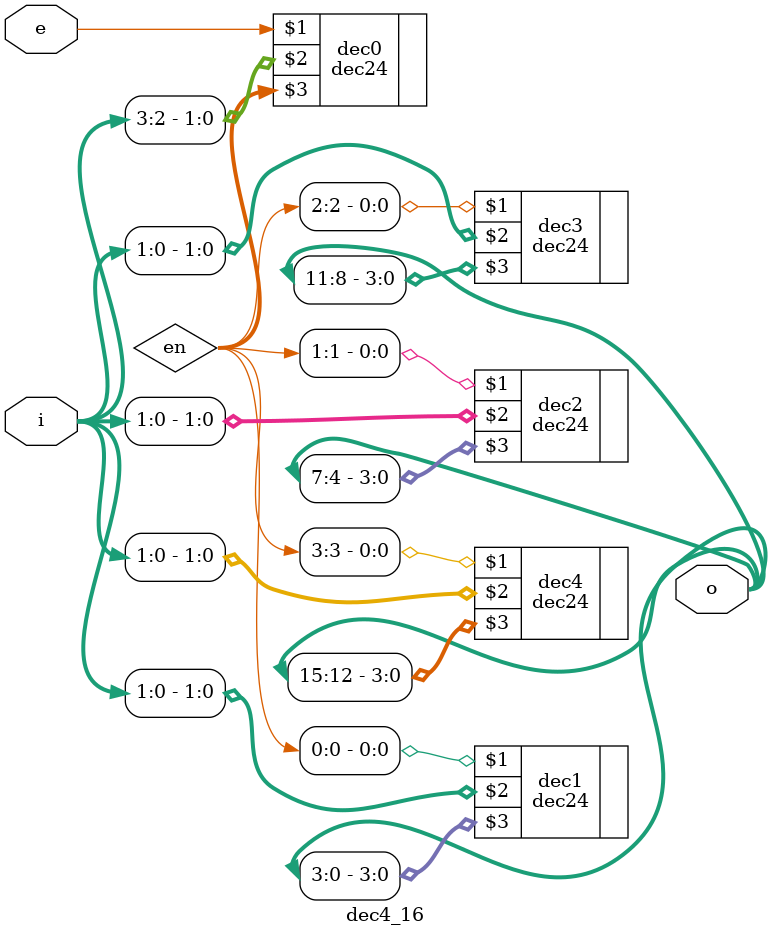
<source format=v>
`timescale 1ns / 1ps
module dec4_16(
    input e,
    input [3:0] i,
    output [15:0] o
    );
	wire [3:0] en;
	dec24 dec0(e,i[3:2],en), dec1(en[0],i[1:0],o[3:0]), dec2(en[1],i[1:0],o[7:4]), dec3(en[2],i[1:0],o[11:8]), dec4(en[3],i[1:0],o[15:12]);

endmodule

</source>
